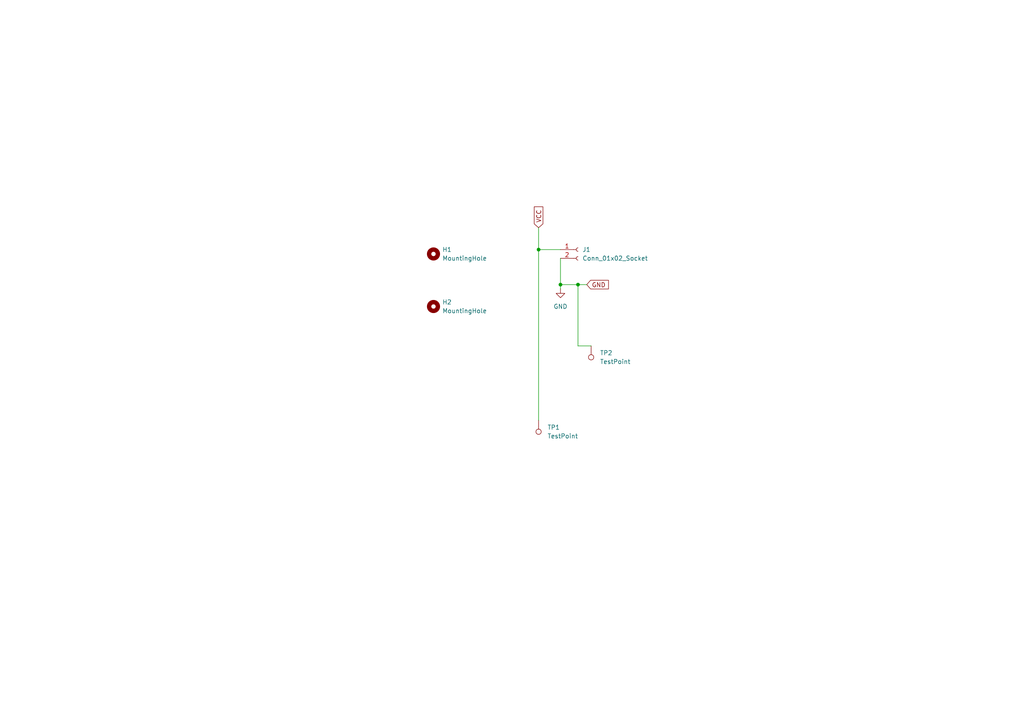
<source format=kicad_sch>
(kicad_sch (version 20230121) (generator eeschema)
  (paper "A4")
  (lib_symbols
    (symbol "Connector:Conn_01x02_Socket" (pin_names (offset 1.016) hide)
      (property "Reference" "J" (at 0 2.54 0))
      (property "Value" "Conn_01x02_Socket" (at 0 -5.08 0))
      (symbol "Conn_01x02_Socket_1_1"
        (arc (start 0 -2.032) (mid -0.5058 -2.54) (end 0 -3.048) (stroke (width 0.1524)))
        (polyline (pts (xy -1.27 -2.54) (xy -0.508 -2.54)) (stroke (width 0.1524)))
        (polyline (pts (xy -1.27 0) (xy -0.508 0)) (stroke (width 0.1524)))
        (arc (start 0 0.508) (mid -0.5058 0) (end 0 -0.508) (stroke (width 0.1524)))
        (pin passive line (at -5.08 0 0) (length 3.81) (name "Pin_1") (number "1"))
        (pin passive line (at -5.08 -2.54 0) (length 3.81) (name "Pin_2") (number "2") (alternate "" input line))
      )
    )
    (symbol "Connector:TestPoint" (pin_numbers hide) (pin_names (offset 0.762) hide)
      (property "Reference" "TP" (at 0 6.858 0))
      (property "Value" "TestPoint" (at 0 5.08 0))
      (symbol "TestPoint_0_1"
        (circle (center 0 3.302) (radius 0.762))
      )
      (symbol "TestPoint_1_1"
        (pin passive line (at 0 0 90) (length 2.54) (name "1") (number "1"))
      )
    )
    (symbol "Mechanical:MountingHole" (pin_names (offset 1.016))
      (property "Reference" "H" (at 0 5.08 0))
      (property "Value" "MountingHole" (at 0 3.175 0))
      (symbol "MountingHole_0_1"
        (circle (center 0 0) (radius 1.27) (stroke (width 1.27)))
      )
    )
    (symbol "power:GND" (power) (pin_names (offset 0))
      (property "Value" "GND" (at 0 -3.81 0))
      (symbol "GND_0_1"
        (polyline (pts (xy 0 0) (xy 0 -1.27) (xy 1.27 -1.27) (xy 0 -2.54) (xy -1.27 -1.27) (xy 0 -1.27)))
      )
      (symbol "GND_1_1"
        (pin power_in line (at 0 0 270) (length 0) hide (name "GND") (number "1"))
      )
    )
  )
  (junction (at 167.64 82.55))
  (junction (at 156.21 72.39))
  (junction (at 162.56 82.55))
  (wire (pts (xy 162.56 74.93) (xy 162.56 82.55)))
  (wire (pts (xy 162.56 82.55) (xy 162.56 83.82)))
  (wire (pts (xy 162.56 82.55) (xy 167.64 82.55)))
  (wire (pts (xy 156.21 72.39) (xy 162.56 72.39)))
  (wire (pts (xy 167.64 100.33) (xy 171.45 100.33)))
  (wire (pts (xy 167.64 82.55) (xy 167.64 100.33)))
  (wire (pts (xy 156.21 72.39) (xy 156.21 121.92)))
  (wire (pts (xy 167.64 82.55) (xy 170.18 82.55)))
  (wire (pts (xy 156.21 66.04) (xy 156.21 72.39)))
  (global_label "GND" (shape input) (at 170.18 82.55 0) (property "Intersheetrefs" "${INTERSHEET_REFS}" (effects hide)))
  (global_label "VCC" (shape input) (at 156.21 66.04 90) (property "Intersheetrefs" "${INTERSHEET_REFS}" (effects hide)))
  (symbol (lib_id "Mechanical:MountingHole") (at 125.73 73.66 0) (unit 1)
    (property "Reference" "H1" (at 128.27 72.39 0) (effects (justify left)))
    (property "Value" "MountingHole" (at 128.27 74.93 0) (effects (justify left)))
    (property "Footprint" "MountingHole:MountingHole_2.2mm_M2_Pad" (effects hide))
  )
  (symbol (lib_id "Connector:TestPoint") (at 171.45 100.33 180) (unit 1)
    (property "Reference" "TP2" (at 173.99 102.362 0) (effects (justify right)))
    (property "Value" "TestPoint" (at 173.99 104.902 0) (effects (justify right)))
    (property "Footprint" "TestPoint:TestPoint_Pad_D1.5mm" (effects hide))
  )
  (symbol (lib_id "Mechanical:MountingHole") (at 125.73 88.9 0) (unit 1)
    (property "Reference" "H2" (at 128.27 87.63 0) (effects (justify left)))
    (property "Value" "MountingHole" (at 128.27 90.17 0) (effects (justify left)))
    (property "Footprint" "MountingHole:MountingHole_2.2mm_M2_Pad" (effects hide))
  )
  (symbol (lib_id "Connector:Conn_01x02_Socket") (at 167.64 72.39 0) (unit 1)
    (property "Reference" "J1" (at 168.91 72.39 0) (effects (justify left)))
    (property "Value" "Conn_01x02_Socket" (at 168.91 74.93 0) (effects (justify left)))
    (property "Footprint" "Connector_PinHeader_2.54mm:PinHeader_1x02_P2.54mm_Vertical_SMD_Pin1Left" (effects hide))
  )
  (symbol (lib_id "power:GND") (at 162.56 83.82 0) (unit 1)
    (property "Reference" "#PWR01" (effects hide))
    (property "Value" "GND" (at 162.56 88.9 0))
  )
  (symbol (lib_id "Connector:TestPoint") (at 156.21 121.92 180) (unit 1)
    (property "Reference" "TP1" (at 158.75 123.952 0) (effects (justify right)))
    (property "Value" "TestPoint" (at 158.75 126.492 0) (effects (justify right)))
    (property "Footprint" "TestPoint:TestPoint_Pad_D1.5mm" (effects hide))
  )
)
</source>
